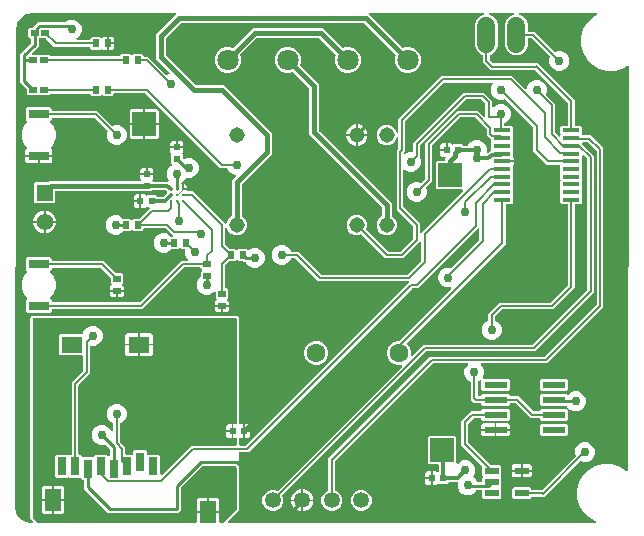
<source format=gbr>
G04 EAGLE Gerber RS-274X export*
G75*
%MOMM*%
%FSLAX34Y34*%
%LPD*%
%INTop Copper*%
%IPPOS*%
%AMOC8*
5,1,8,0,0,1.08239X$1,22.5*%
G01*
G04 Define Apertures*
%ADD10R,0.700000X0.500000*%
%ADD11R,1.186400X0.597100*%
%ADD12R,1.969400X0.592200*%
%ADD13R,1.400000X1.900000*%
%ADD14R,1.800000X1.400000*%
%ADD15R,0.800000X1.500000*%
%ADD16C,1.800000*%
%ADD17C,1.600000*%
%ADD18R,0.535100X0.644000*%
%ADD19R,1.800000X0.800000*%
%ADD20C,1.348000*%
%ADD21C,1.308000*%
%ADD22R,1.473200X0.355600*%
%ADD23R,0.560000X0.629100*%
%ADD24C,0.279400*%
%ADD25R,0.629100X0.560000*%
%ADD26R,0.644000X0.535100*%
%ADD27C,1.524000*%
%ADD28R,1.408000X1.408000*%
%ADD29C,1.408000*%
%ADD30R,2.000000X2.000000*%
%ADD31C,0.152400*%
%ADD32C,0.756400*%
%ADD33C,0.304800*%
%ADD34C,0.254000*%
%ADD35C,0.406400*%
%ADD36C,0.101600*%
%ADD37C,0.203200*%
G36*
X50957Y141536D02*
X50660Y141476D01*
X47952Y141478D01*
X47752Y141504D01*
X43290Y142719D01*
X43024Y142851D01*
X39283Y145746D01*
X39088Y145970D01*
X36739Y150076D01*
X36645Y150357D01*
X36073Y154834D01*
X36067Y154931D01*
X36068Y155547D01*
X36070Y155599D01*
X36192Y157366D01*
X36109Y157616D01*
X36069Y157858D01*
X36321Y556473D01*
X36322Y556480D01*
X36322Y558800D01*
X36337Y558949D01*
X37381Y564198D01*
X37494Y564472D01*
X40468Y568922D01*
X40678Y569132D01*
X45128Y572106D01*
X45402Y572219D01*
X50651Y573263D01*
X50800Y573278D01*
X171662Y573278D01*
X171926Y573231D01*
X172184Y573072D01*
X172359Y572824D01*
X172424Y572528D01*
X172369Y572230D01*
X172201Y571977D01*
X155279Y555055D01*
X155279Y534382D01*
X166926Y522735D01*
X167079Y522515D01*
X167149Y522220D01*
X167098Y521921D01*
X166934Y521666D01*
X166684Y521494D01*
X166387Y521434D01*
X165978Y521434D01*
X164511Y520826D01*
X164231Y520768D01*
X163933Y520824D01*
X163680Y520991D01*
X148477Y536194D01*
X145165Y536194D01*
X144890Y536245D01*
X144634Y536409D01*
X144463Y536659D01*
X144403Y536956D01*
X144403Y537462D01*
X143212Y538652D01*
X136178Y538652D01*
X135159Y537633D01*
X134928Y537475D01*
X134632Y537410D01*
X134334Y537466D01*
X134081Y537633D01*
X133062Y538652D01*
X126028Y538652D01*
X124838Y537462D01*
X124838Y537210D01*
X124786Y536935D01*
X124623Y536680D01*
X124373Y536508D01*
X124076Y536448D01*
X66521Y536448D01*
X66235Y536504D01*
X65983Y536671D01*
X64722Y537932D01*
X50592Y537932D01*
X50328Y537979D01*
X50070Y538138D01*
X49895Y538386D01*
X49830Y538682D01*
X49885Y538980D01*
X50053Y539233D01*
X55837Y545017D01*
X55837Y551028D01*
X55888Y551303D01*
X56052Y551558D01*
X56302Y551730D01*
X56599Y551790D01*
X61441Y551790D01*
X61727Y551734D01*
X61980Y551567D01*
X69052Y544494D01*
X98676Y544494D01*
X98950Y544443D01*
X99206Y544279D01*
X99377Y544029D01*
X99438Y543732D01*
X99438Y543480D01*
X100628Y542290D01*
X107662Y542290D01*
X108322Y542950D01*
X108552Y543108D01*
X108849Y543173D01*
X109147Y543117D01*
X109400Y542950D01*
X110567Y541782D01*
X113533Y541782D01*
X113533Y553302D01*
X110567Y553302D01*
X109400Y552134D01*
X109169Y551976D01*
X108873Y551911D01*
X108575Y551967D01*
X108322Y552134D01*
X107662Y552794D01*
X100628Y552794D01*
X99438Y551604D01*
X99438Y551352D01*
X99386Y551077D01*
X99223Y550822D01*
X98973Y550650D01*
X98676Y550590D01*
X88366Y550590D01*
X88109Y550635D01*
X87849Y550792D01*
X87672Y551038D01*
X87604Y551334D01*
X87658Y551632D01*
X87823Y551887D01*
X88075Y552056D01*
X88552Y552254D01*
X90902Y554604D01*
X92174Y557674D01*
X92174Y560998D01*
X90902Y564068D01*
X88552Y566418D01*
X85482Y567690D01*
X82158Y567690D01*
X79088Y566418D01*
X78319Y565649D01*
X78077Y565486D01*
X77780Y565426D01*
X55300Y565426D01*
X51418Y561544D01*
X51380Y561341D01*
X51216Y561086D01*
X50966Y560914D01*
X50669Y560854D01*
X48193Y560854D01*
X47003Y559664D01*
X47003Y552980D01*
X48193Y551790D01*
X48471Y551790D01*
X48746Y551739D01*
X49001Y551575D01*
X49173Y551325D01*
X49233Y551028D01*
X49233Y548068D01*
X49177Y547782D01*
X49010Y547529D01*
X40116Y538636D01*
X40116Y514594D01*
X45625Y509085D01*
X45788Y508844D01*
X45848Y508547D01*
X45848Y504658D01*
X47038Y503468D01*
X64722Y503468D01*
X65983Y504729D01*
X66224Y504892D01*
X66521Y504952D01*
X98676Y504952D01*
X98950Y504901D01*
X99206Y504737D01*
X99377Y504487D01*
X99438Y504190D01*
X99438Y503938D01*
X100628Y502748D01*
X107662Y502748D01*
X108681Y503767D01*
X108912Y503925D01*
X109208Y503990D01*
X109506Y503935D01*
X109759Y503767D01*
X110778Y502748D01*
X117812Y502748D01*
X119003Y503938D01*
X119003Y504444D01*
X119054Y504719D01*
X119217Y504974D01*
X119467Y505146D01*
X119765Y505206D01*
X145847Y505206D01*
X146133Y505150D01*
X146386Y504983D01*
X209663Y441706D01*
X215126Y441706D01*
X215406Y441653D01*
X215660Y441487D01*
X215830Y441236D01*
X216438Y439768D01*
X218788Y437418D01*
X221858Y436146D01*
X222267Y436146D01*
X222530Y436099D01*
X222788Y435940D01*
X222964Y435692D01*
X223029Y435396D01*
X222973Y435098D01*
X222806Y434845D01*
X219456Y431495D01*
X219456Y401804D01*
X219403Y401524D01*
X219237Y401270D01*
X218986Y401100D01*
X218664Y400967D01*
X216253Y398556D01*
X214938Y395382D01*
X214790Y395152D01*
X214543Y394977D01*
X214247Y394912D01*
X213949Y394967D01*
X213696Y395135D01*
X186683Y422148D01*
X182420Y422148D01*
X182145Y422199D01*
X181890Y422363D01*
X181718Y422613D01*
X181658Y422910D01*
X181658Y423339D01*
X176959Y423339D01*
X176959Y428051D01*
X176777Y428083D01*
X176518Y428240D01*
X176340Y428486D01*
X176273Y428782D01*
X176326Y429080D01*
X176491Y429335D01*
X176743Y429504D01*
X177452Y429798D01*
X179802Y432148D01*
X180234Y433189D01*
X180386Y433423D01*
X180635Y433597D01*
X180931Y433660D01*
X181206Y433606D01*
X184542Y433606D01*
X187612Y434878D01*
X189962Y437228D01*
X191234Y440298D01*
X191234Y443622D01*
X189962Y446692D01*
X187612Y449042D01*
X184542Y450314D01*
X181218Y450314D01*
X178951Y449375D01*
X178684Y449317D01*
X178385Y449368D01*
X178129Y449532D01*
X177958Y449782D01*
X177898Y450079D01*
X177898Y453456D01*
X177591Y453762D01*
X177433Y453992D01*
X177368Y454289D01*
X177424Y454587D01*
X177591Y454840D01*
X178406Y455654D01*
X178406Y458744D01*
X167035Y458744D01*
X167035Y455654D01*
X167849Y454840D01*
X168007Y454609D01*
X168072Y454313D01*
X168016Y454015D01*
X167849Y453762D01*
X167543Y453456D01*
X167543Y446172D01*
X168429Y445285D01*
X168585Y445061D01*
X168652Y444765D01*
X168599Y444466D01*
X168434Y444212D01*
X168182Y444043D01*
X167988Y443962D01*
X165638Y441612D01*
X164366Y438542D01*
X164366Y435218D01*
X165638Y432148D01*
X165975Y431811D01*
X166128Y431591D01*
X166198Y431296D01*
X166147Y430997D01*
X165983Y430742D01*
X165733Y430570D01*
X165436Y430510D01*
X152899Y430510D01*
X152613Y430566D01*
X152360Y430733D01*
X152191Y430902D01*
X152033Y431132D01*
X151968Y431429D01*
X152024Y431727D01*
X152191Y431980D01*
X153006Y432794D01*
X153006Y435884D01*
X141635Y435884D01*
X141635Y432794D01*
X142110Y432319D01*
X142263Y432099D01*
X142332Y431804D01*
X142282Y431505D01*
X142118Y431250D01*
X141868Y431078D01*
X141571Y431018D01*
X64591Y431018D01*
X64100Y430527D01*
X63858Y430364D01*
X63561Y430304D01*
X53078Y430304D01*
X51888Y429114D01*
X51888Y413350D01*
X53078Y412160D01*
X68842Y412160D01*
X70032Y413350D01*
X70032Y422128D01*
X70083Y422403D01*
X70247Y422658D01*
X70497Y422830D01*
X70794Y422890D01*
X142249Y422890D01*
X142535Y422834D01*
X142788Y422667D01*
X143333Y422122D01*
X151307Y422122D01*
X152360Y423175D01*
X152602Y423338D01*
X152899Y423398D01*
X163077Y423398D01*
X163363Y423342D01*
X163616Y423175D01*
X164652Y422139D01*
X164810Y421909D01*
X164875Y421613D01*
X164819Y421315D01*
X164652Y421062D01*
X161389Y417799D01*
X161148Y417636D01*
X160850Y417576D01*
X157114Y417576D01*
X156828Y417632D01*
X156575Y417799D01*
X155177Y419198D01*
X147893Y419198D01*
X147587Y418891D01*
X147357Y418733D01*
X147060Y418668D01*
X146762Y418724D01*
X146509Y418891D01*
X145695Y419706D01*
X142605Y419706D01*
X142605Y408335D01*
X145695Y408335D01*
X146509Y409149D01*
X146740Y409307D01*
X147036Y409372D01*
X147334Y409316D01*
X147587Y409149D01*
X147893Y408843D01*
X149047Y408843D01*
X149310Y408796D01*
X149568Y408636D01*
X149743Y408389D01*
X149808Y408093D01*
X149753Y407795D01*
X149585Y407542D01*
X141219Y399175D01*
X140977Y399012D01*
X140680Y398952D01*
X136178Y398952D01*
X135159Y397933D01*
X134928Y397775D01*
X134632Y397710D01*
X134334Y397766D01*
X134081Y397933D01*
X133062Y398952D01*
X127897Y398952D01*
X127611Y399008D01*
X127358Y399175D01*
X125751Y400782D01*
X122681Y402054D01*
X119357Y402054D01*
X116287Y400782D01*
X113937Y398432D01*
X112665Y395362D01*
X112665Y392038D01*
X113937Y388968D01*
X116287Y386618D01*
X119357Y385346D01*
X122681Y385346D01*
X125751Y386618D01*
X127358Y388225D01*
X127600Y388388D01*
X127897Y388448D01*
X133062Y388448D01*
X134081Y389467D01*
X134312Y389625D01*
X134608Y389690D01*
X134906Y389635D01*
X135159Y389467D01*
X136178Y388448D01*
X143212Y388448D01*
X144403Y389638D01*
X144403Y390144D01*
X144454Y390419D01*
X144617Y390674D01*
X144867Y390846D01*
X145165Y390906D01*
X163181Y390906D01*
X163467Y390850D01*
X163720Y390683D01*
X169390Y385013D01*
X169543Y384793D01*
X169613Y384498D01*
X169562Y384199D01*
X169398Y383944D01*
X169148Y383772D01*
X168851Y383712D01*
X168537Y383712D01*
X168251Y383768D01*
X167998Y383935D01*
X166391Y385542D01*
X163321Y386814D01*
X159997Y386814D01*
X156927Y385542D01*
X154577Y383192D01*
X153305Y380122D01*
X153305Y376798D01*
X154577Y373728D01*
X156927Y371378D01*
X159997Y370106D01*
X163321Y370106D01*
X166391Y371378D01*
X167998Y372985D01*
X168240Y373148D01*
X168537Y373208D01*
X173702Y373208D01*
X174721Y374227D01*
X174952Y374385D01*
X175248Y374450D01*
X175546Y374395D01*
X175799Y374227D01*
X176818Y373208D01*
X178844Y373208D01*
X179119Y373157D01*
X179374Y372993D01*
X179546Y372743D01*
X179606Y372446D01*
X179606Y369178D01*
X180878Y366108D01*
X182216Y364770D01*
X182369Y364550D01*
X182439Y364255D01*
X182388Y363956D01*
X182224Y363701D01*
X181974Y363529D01*
X181677Y363469D01*
X176638Y363469D01*
X141586Y328417D01*
X141344Y328254D01*
X141047Y328194D01*
X67674Y328194D01*
X67399Y328245D01*
X67144Y328409D01*
X66972Y328659D01*
X66912Y328956D01*
X66912Y330242D01*
X65795Y331359D01*
X65637Y331589D01*
X65572Y331885D01*
X65628Y332183D01*
X65795Y332436D01*
X68096Y334737D01*
X70290Y340034D01*
X70290Y345766D01*
X68096Y351063D01*
X65795Y353364D01*
X65637Y353594D01*
X65572Y353890D01*
X65628Y354189D01*
X65795Y354441D01*
X66912Y355558D01*
X66912Y356844D01*
X66963Y357119D01*
X67127Y357374D01*
X67377Y357546D01*
X67674Y357606D01*
X108022Y357606D01*
X108308Y357550D01*
X108561Y357383D01*
X116445Y349499D01*
X116608Y349257D01*
X116668Y348960D01*
X116668Y344458D01*
X117328Y343798D01*
X117486Y343568D01*
X117551Y343271D01*
X117495Y342973D01*
X117328Y342720D01*
X116160Y341553D01*
X116160Y338587D01*
X127680Y338587D01*
X127680Y341553D01*
X126512Y342720D01*
X126354Y342951D01*
X126289Y343247D01*
X126345Y343545D01*
X126512Y343798D01*
X127172Y344458D01*
X127172Y351492D01*
X125982Y352683D01*
X121479Y352683D01*
X121193Y352738D01*
X120941Y352906D01*
X110652Y363194D01*
X67674Y363194D01*
X67399Y363245D01*
X67144Y363409D01*
X66972Y363659D01*
X66912Y363956D01*
X66912Y365242D01*
X65722Y366432D01*
X46038Y366432D01*
X44848Y365242D01*
X44848Y355558D01*
X45965Y354441D01*
X46123Y354211D01*
X46188Y353915D01*
X46132Y353617D01*
X45965Y353364D01*
X43664Y351063D01*
X41470Y345766D01*
X41470Y340034D01*
X43664Y334737D01*
X45965Y332436D01*
X46123Y332206D01*
X46188Y331910D01*
X46132Y331611D01*
X45965Y331359D01*
X44848Y330242D01*
X44848Y320558D01*
X46038Y319368D01*
X65722Y319368D01*
X66912Y320558D01*
X66912Y321844D01*
X66963Y322119D01*
X67127Y322374D01*
X67377Y322546D01*
X67674Y322606D01*
X143677Y322606D01*
X178729Y357658D01*
X178971Y357821D01*
X179268Y357881D01*
X192106Y357881D01*
X192381Y357830D01*
X192636Y357666D01*
X192808Y357416D01*
X192858Y357168D01*
X193887Y356139D01*
X194045Y355908D01*
X194110Y355612D01*
X194055Y355314D01*
X193887Y355061D01*
X192868Y354042D01*
X192868Y349778D01*
X192812Y349492D01*
X192645Y349239D01*
X191038Y347632D01*
X189766Y344562D01*
X189766Y341238D01*
X191038Y338168D01*
X193388Y335818D01*
X196458Y334546D01*
X199782Y334546D01*
X202852Y335818D01*
X204267Y337233D01*
X204487Y337386D01*
X204782Y337456D01*
X205081Y337405D01*
X205336Y337241D01*
X205508Y336991D01*
X205568Y336694D01*
X205568Y331758D01*
X206228Y331098D01*
X206386Y330868D01*
X206451Y330571D01*
X206395Y330273D01*
X206228Y330020D01*
X205060Y328853D01*
X205060Y325887D01*
X216580Y325887D01*
X216580Y328853D01*
X215412Y330020D01*
X215254Y330251D01*
X215189Y330547D01*
X215245Y330845D01*
X215412Y331098D01*
X216072Y331758D01*
X216072Y338792D01*
X214882Y339983D01*
X214376Y339983D01*
X214101Y340034D01*
X213846Y340197D01*
X213674Y340447D01*
X213614Y340745D01*
X213614Y359202D01*
X213670Y359488D01*
X213837Y359741D01*
X216921Y362825D01*
X217163Y362988D01*
X217460Y363048D01*
X221962Y363048D01*
X222981Y364067D01*
X223212Y364225D01*
X223508Y364290D01*
X223806Y364235D01*
X224059Y364067D01*
X225078Y363048D01*
X228862Y363048D01*
X229148Y362992D01*
X229400Y362825D01*
X229767Y362458D01*
X230576Y362458D01*
X230857Y362405D01*
X231111Y362239D01*
X231280Y361988D01*
X231678Y361028D01*
X234028Y358678D01*
X237098Y357406D01*
X240422Y357406D01*
X243492Y358678D01*
X245842Y361028D01*
X247114Y364098D01*
X247114Y367422D01*
X245842Y370492D01*
X243492Y372842D01*
X240422Y374114D01*
X237098Y374114D01*
X234028Y372842D01*
X233964Y372778D01*
X233733Y372620D01*
X233437Y372555D01*
X233139Y372611D01*
X232886Y372778D01*
X232112Y373552D01*
X225078Y373552D01*
X224059Y372533D01*
X223828Y372375D01*
X223532Y372310D01*
X223234Y372366D01*
X222981Y372533D01*
X221962Y373552D01*
X217819Y373552D01*
X217533Y373608D01*
X217280Y373775D01*
X214091Y376964D01*
X213928Y377206D01*
X213868Y377503D01*
X213868Y390771D01*
X213913Y391029D01*
X214070Y391288D01*
X214316Y391466D01*
X214612Y391533D01*
X214910Y391480D01*
X215165Y391315D01*
X215334Y391063D01*
X216253Y388844D01*
X218664Y386433D01*
X221815Y385128D01*
X225225Y385128D01*
X228376Y386433D01*
X230787Y388844D01*
X232092Y391995D01*
X232092Y395405D01*
X230787Y398556D01*
X228376Y400967D01*
X228054Y401100D01*
X227816Y401257D01*
X227644Y401507D01*
X227584Y401804D01*
X227584Y427813D01*
X227640Y428099D01*
X227807Y428352D01*
X252984Y453529D01*
X252984Y471583D01*
X212503Y512064D01*
X189407Y512064D01*
X189121Y512120D01*
X188868Y512287D01*
X163630Y537526D01*
X163467Y537767D01*
X163407Y538064D01*
X163407Y551372D01*
X163462Y551658D01*
X163630Y551911D01*
X176138Y564419D01*
X176379Y564582D01*
X176676Y564642D01*
X330995Y564642D01*
X331281Y564586D01*
X331534Y564419D01*
X357813Y538140D01*
X357974Y537904D01*
X358036Y537607D01*
X357978Y537309D01*
X357268Y535594D01*
X357268Y531206D01*
X358948Y527151D01*
X362051Y524048D01*
X366106Y522368D01*
X370494Y522368D01*
X374549Y524048D01*
X377652Y527151D01*
X379332Y531206D01*
X379332Y535594D01*
X377652Y539649D01*
X374549Y542752D01*
X370494Y544432D01*
X366106Y544432D01*
X364391Y543722D01*
X364111Y543664D01*
X363813Y543719D01*
X363560Y543887D01*
X335470Y571977D01*
X335317Y572197D01*
X335247Y572492D01*
X335298Y572791D01*
X335462Y573046D01*
X335712Y573218D01*
X336009Y573278D01*
X432163Y573278D01*
X432421Y573233D01*
X432680Y573076D01*
X432858Y572830D01*
X432925Y572534D01*
X432872Y572236D01*
X432706Y571982D01*
X432455Y571812D01*
X429381Y570539D01*
X426665Y567823D01*
X425196Y564276D01*
X425196Y545196D01*
X426665Y541649D01*
X429381Y538933D01*
X431584Y538021D01*
X431822Y537864D01*
X431994Y537614D01*
X432054Y537317D01*
X432054Y531481D01*
X438517Y525018D01*
X475762Y525018D01*
X476048Y524962D01*
X476301Y524795D01*
X503713Y497383D01*
X503876Y497141D01*
X503936Y496844D01*
X503936Y478322D01*
X503885Y478047D01*
X503721Y477792D01*
X503471Y477620D01*
X503174Y477560D01*
X498522Y477560D01*
X497332Y476370D01*
X497332Y471130D01*
X497424Y471039D01*
X497582Y470808D01*
X497647Y470512D01*
X497591Y470214D01*
X497424Y469961D01*
X497332Y469870D01*
X497332Y469344D01*
X497285Y469080D01*
X497126Y468822D01*
X496878Y468647D01*
X496582Y468582D01*
X496284Y468637D01*
X496031Y468805D01*
X493237Y471599D01*
X493074Y471840D01*
X493014Y472138D01*
X493014Y496457D01*
X485431Y504040D01*
X485271Y504276D01*
X485208Y504573D01*
X485266Y504871D01*
X485874Y506338D01*
X485874Y509662D01*
X484602Y512732D01*
X482252Y515082D01*
X479182Y516354D01*
X475858Y516354D01*
X472788Y515082D01*
X470438Y512732D01*
X469166Y509662D01*
X469166Y509253D01*
X469119Y508990D01*
X468960Y508732D01*
X468712Y508556D01*
X468416Y508491D01*
X468118Y508547D01*
X467865Y508714D01*
X456669Y519910D01*
X396579Y519910D01*
X360426Y483757D01*
X360426Y472215D01*
X360381Y471958D01*
X360224Y471698D01*
X359978Y471521D01*
X359682Y471454D01*
X359384Y471507D01*
X359130Y471672D01*
X358960Y471924D01*
X357787Y474756D01*
X355376Y477167D01*
X352225Y478472D01*
X348815Y478472D01*
X345664Y477167D01*
X343253Y474756D01*
X341948Y471605D01*
X341948Y468195D01*
X343253Y465044D01*
X345664Y462633D01*
X348815Y461328D01*
X352225Y461328D01*
X355376Y462633D01*
X357787Y465044D01*
X358960Y467876D01*
X359100Y468097D01*
X359345Y468276D01*
X359640Y468346D01*
X359939Y468295D01*
X360194Y468132D01*
X360366Y467882D01*
X360426Y467585D01*
X360426Y458673D01*
X360370Y458387D01*
X360203Y458134D01*
X358930Y456861D01*
X358930Y406739D01*
X372903Y392766D01*
X373066Y392524D01*
X373126Y392227D01*
X373126Y382473D01*
X373070Y382187D01*
X372903Y381934D01*
X362286Y371317D01*
X362044Y371154D01*
X361747Y371094D01*
X351993Y371094D01*
X351707Y371150D01*
X351454Y371317D01*
X333198Y389573D01*
X333038Y389809D01*
X332975Y390106D01*
X333033Y390404D01*
X333692Y391995D01*
X333692Y395405D01*
X332387Y398556D01*
X329976Y400967D01*
X326825Y402272D01*
X323415Y402272D01*
X320264Y400967D01*
X317853Y398556D01*
X316548Y395405D01*
X316548Y391995D01*
X317853Y388844D01*
X320264Y386433D01*
X323415Y385128D01*
X326825Y385128D01*
X328416Y385787D01*
X328696Y385845D01*
X328994Y385789D01*
X329247Y385622D01*
X349363Y365506D01*
X364377Y365506D01*
X378429Y379558D01*
X378649Y379711D01*
X378944Y379781D01*
X379243Y379730D01*
X379498Y379566D01*
X379670Y379316D01*
X379730Y379019D01*
X379730Y363677D01*
X379674Y363391D01*
X379507Y363138D01*
X368382Y352013D01*
X368140Y351850D01*
X367843Y351790D01*
X295097Y351790D01*
X294811Y351846D01*
X294558Y352013D01*
X275477Y371094D01*
X270014Y371094D01*
X269734Y371147D01*
X269480Y371313D01*
X269310Y371564D01*
X268702Y373032D01*
X266352Y375382D01*
X263282Y376654D01*
X259958Y376654D01*
X256888Y375382D01*
X254538Y373032D01*
X253266Y369962D01*
X253266Y366638D01*
X254538Y363568D01*
X256888Y361218D01*
X259958Y359946D01*
X263282Y359946D01*
X266352Y361218D01*
X268702Y363568D01*
X269310Y365036D01*
X269467Y365274D01*
X269717Y365446D01*
X270014Y365506D01*
X272847Y365506D01*
X273133Y365450D01*
X273386Y365283D01*
X292467Y346202D01*
X368543Y346202D01*
X368806Y346155D01*
X369064Y345996D01*
X369240Y345748D01*
X369305Y345452D01*
X369249Y345154D01*
X369082Y344901D01*
X231442Y207261D01*
X231200Y207098D01*
X230903Y207038D01*
X226314Y207038D01*
X226039Y207089D01*
X225784Y207253D01*
X225612Y207503D01*
X225552Y207800D01*
X225552Y213009D01*
X225603Y213283D01*
X225767Y213539D01*
X226017Y213710D01*
X226314Y213771D01*
X228874Y213771D01*
X228874Y225142D01*
X226314Y225142D01*
X226039Y225193D01*
X225784Y225356D01*
X225612Y225606D01*
X225552Y225904D01*
X225552Y314928D01*
X225520Y315302D01*
X225434Y315634D01*
X225293Y315947D01*
X225102Y316231D01*
X224865Y316480D01*
X224590Y316684D01*
X224284Y316840D01*
X223965Y316939D01*
X223479Y316992D01*
X50832Y316992D01*
X50458Y316960D01*
X50126Y316874D01*
X49813Y316733D01*
X49529Y316542D01*
X49280Y316305D01*
X49076Y316030D01*
X48920Y315724D01*
X48821Y315405D01*
X48768Y314919D01*
X48768Y146082D01*
X48800Y145708D01*
X48886Y145376D01*
X49027Y145063D01*
X49225Y144769D01*
X49378Y144598D01*
X51199Y142777D01*
X51352Y142557D01*
X51422Y142262D01*
X51371Y141963D01*
X51208Y141708D01*
X50957Y141536D01*
G37*
%LPC*%
G36*
X213706Y522368D02*
X218094Y522368D01*
X222149Y524048D01*
X225252Y527151D01*
X226932Y531206D01*
X226932Y535594D01*
X226222Y537309D01*
X226164Y537589D01*
X226219Y537887D01*
X226387Y538140D01*
X240220Y551973D01*
X240462Y552136D01*
X240759Y552196D01*
X292641Y552196D01*
X292927Y552140D01*
X293180Y551973D01*
X307013Y538140D01*
X307174Y537904D01*
X307236Y537607D01*
X307178Y537309D01*
X306468Y535594D01*
X306468Y531206D01*
X308148Y527151D01*
X311251Y524048D01*
X315306Y522368D01*
X319694Y522368D01*
X323749Y524048D01*
X326852Y527151D01*
X328532Y531206D01*
X328532Y535594D01*
X326852Y539649D01*
X323749Y542752D01*
X319694Y544432D01*
X315306Y544432D01*
X313591Y543722D01*
X313311Y543664D01*
X313013Y543719D01*
X312760Y543887D01*
X296323Y560324D01*
X237077Y560324D01*
X220640Y543887D01*
X220404Y543726D01*
X220107Y543664D01*
X219809Y543722D01*
X218094Y544432D01*
X213706Y544432D01*
X209651Y542752D01*
X206548Y539649D01*
X204868Y535594D01*
X204868Y531206D01*
X206548Y527151D01*
X209651Y524048D01*
X213706Y522368D01*
G37*
G36*
X115057Y548304D02*
X119511Y548304D01*
X119511Y551814D01*
X118023Y553302D01*
X115057Y553302D01*
X115057Y548304D01*
G37*
G36*
X115057Y541782D02*
X118023Y541782D01*
X119511Y543270D01*
X119511Y546780D01*
X115057Y546780D01*
X115057Y541782D01*
G37*
G36*
X348815Y385128D02*
X352225Y385128D01*
X355376Y386433D01*
X357787Y388844D01*
X359092Y391995D01*
X359092Y395405D01*
X357787Y398556D01*
X355376Y400967D01*
X355054Y401100D01*
X354816Y401257D01*
X354644Y401507D01*
X354584Y401804D01*
X354584Y412401D01*
X293339Y473646D01*
X293176Y473888D01*
X293116Y474185D01*
X293116Y512731D01*
X277187Y528660D01*
X277026Y528897D01*
X276964Y529193D01*
X277022Y529491D01*
X277732Y531206D01*
X277732Y535594D01*
X276052Y539649D01*
X272949Y542752D01*
X268894Y544432D01*
X264506Y544432D01*
X260451Y542752D01*
X257348Y539649D01*
X255668Y535594D01*
X255668Y531206D01*
X257348Y527151D01*
X260451Y524048D01*
X264506Y522368D01*
X268894Y522368D01*
X270609Y523078D01*
X270889Y523136D01*
X271187Y523081D01*
X271440Y522913D01*
X284765Y509588D01*
X284928Y509346D01*
X284988Y509049D01*
X284988Y470503D01*
X346233Y409258D01*
X346396Y409016D01*
X346456Y408719D01*
X346456Y401804D01*
X346403Y401524D01*
X346237Y401270D01*
X345986Y401100D01*
X345664Y400967D01*
X343253Y398556D01*
X341948Y395405D01*
X341948Y391995D01*
X343253Y388844D01*
X345664Y386433D01*
X348815Y385128D01*
G37*
G36*
X44340Y453162D02*
X67420Y453162D01*
X67420Y457452D01*
X66154Y458718D01*
X65996Y458948D01*
X65931Y459245D01*
X65987Y459543D01*
X66154Y459795D01*
X68096Y461737D01*
X70290Y467034D01*
X70290Y472766D01*
X68096Y478063D01*
X65795Y480364D01*
X65637Y480594D01*
X65572Y480890D01*
X65628Y481189D01*
X65795Y481441D01*
X66912Y482558D01*
X66912Y483844D01*
X66963Y484119D01*
X67127Y484374D01*
X67377Y484546D01*
X67674Y484606D01*
X102947Y484606D01*
X103233Y484550D01*
X103486Y484383D01*
X114009Y473860D01*
X114169Y473624D01*
X114232Y473327D01*
X114174Y473030D01*
X113566Y471562D01*
X113566Y468238D01*
X114838Y465168D01*
X117188Y462818D01*
X120258Y461546D01*
X123582Y461546D01*
X126652Y462818D01*
X129002Y465168D01*
X130274Y468238D01*
X130274Y471562D01*
X129002Y474632D01*
X126652Y476982D01*
X123582Y478254D01*
X120258Y478254D01*
X118791Y477646D01*
X118511Y477588D01*
X118213Y477644D01*
X117960Y477811D01*
X105577Y490194D01*
X67674Y490194D01*
X67399Y490245D01*
X67144Y490409D01*
X66972Y490659D01*
X66912Y490956D01*
X66912Y492242D01*
X65722Y493432D01*
X46038Y493432D01*
X44848Y492242D01*
X44848Y482558D01*
X45965Y481441D01*
X46123Y481211D01*
X46188Y480915D01*
X46132Y480617D01*
X45965Y480364D01*
X43664Y478063D01*
X41470Y472766D01*
X41470Y467034D01*
X43664Y461737D01*
X45606Y459795D01*
X45764Y459565D01*
X45829Y459269D01*
X45773Y458971D01*
X45606Y458718D01*
X44340Y457452D01*
X44340Y453162D01*
G37*
G36*
X132748Y479806D02*
X144526Y479806D01*
X144526Y491584D01*
X134236Y491584D01*
X132748Y490096D01*
X132748Y479806D01*
G37*
G36*
X146050Y479806D02*
X157828Y479806D01*
X157828Y490096D01*
X156340Y491584D01*
X146050Y491584D01*
X146050Y479806D01*
G37*
G36*
X316040Y470662D02*
X324358Y470662D01*
X324358Y478980D01*
X323314Y478980D01*
X319977Y477598D01*
X317422Y475043D01*
X316040Y471706D01*
X316040Y470662D01*
G37*
G36*
X325882Y470662D02*
X334200Y470662D01*
X334200Y471706D01*
X332818Y475043D01*
X330263Y477598D01*
X326926Y478980D01*
X325882Y478980D01*
X325882Y470662D01*
G37*
G36*
X134236Y466504D02*
X144526Y466504D01*
X144526Y478282D01*
X132748Y478282D01*
X132748Y467992D01*
X134236Y466504D01*
G37*
G36*
X146050Y466504D02*
X156340Y466504D01*
X157828Y467992D01*
X157828Y478282D01*
X146050Y478282D01*
X146050Y466504D01*
G37*
G36*
X323314Y460820D02*
X324358Y460820D01*
X324358Y469138D01*
X316040Y469138D01*
X316040Y468094D01*
X317422Y464757D01*
X319977Y462202D01*
X323314Y460820D01*
G37*
G36*
X325882Y460820D02*
X326926Y460820D01*
X330263Y462202D01*
X332818Y464757D01*
X334200Y468094D01*
X334200Y469138D01*
X325882Y469138D01*
X325882Y460820D01*
G37*
G36*
X167035Y460268D02*
X171958Y460268D01*
X171958Y464846D01*
X168522Y464846D01*
X167035Y463358D01*
X167035Y460268D01*
G37*
G36*
X173482Y460268D02*
X178406Y460268D01*
X178406Y463358D01*
X176918Y464846D01*
X173482Y464846D01*
X173482Y460268D01*
G37*
G36*
X56642Y445860D02*
X65932Y445860D01*
X67420Y447348D01*
X67420Y451638D01*
X56642Y451638D01*
X56642Y445860D01*
G37*
G36*
X45828Y445860D02*
X55118Y445860D01*
X55118Y451638D01*
X44340Y451638D01*
X44340Y447348D01*
X45828Y445860D01*
G37*
G36*
X141635Y437408D02*
X146558Y437408D01*
X146558Y441986D01*
X143122Y441986D01*
X141635Y440498D01*
X141635Y437408D01*
G37*
G36*
X148082Y437408D02*
X153006Y437408D01*
X153006Y440498D01*
X151518Y441986D01*
X148082Y441986D01*
X148082Y437408D01*
G37*
G36*
X178483Y424863D02*
X181658Y424863D01*
X181658Y425732D01*
X179352Y428038D01*
X178483Y428038D01*
X178483Y424863D01*
G37*
G36*
X136503Y414782D02*
X141081Y414782D01*
X141081Y419706D01*
X137991Y419706D01*
X136503Y418218D01*
X136503Y414782D01*
G37*
G36*
X137991Y408335D02*
X141081Y408335D01*
X141081Y413258D01*
X136503Y413258D01*
X136503Y409822D01*
X137991Y408335D01*
G37*
G36*
X51380Y396994D02*
X60198Y396994D01*
X60198Y405812D01*
X59054Y405812D01*
X55533Y404354D01*
X52838Y401659D01*
X51380Y398138D01*
X51380Y396994D01*
G37*
G36*
X61722Y396994D02*
X70540Y396994D01*
X70540Y398138D01*
X69082Y401659D01*
X66387Y404354D01*
X62866Y405812D01*
X61722Y405812D01*
X61722Y396994D01*
G37*
G36*
X61722Y386652D02*
X62866Y386652D01*
X66387Y388110D01*
X69082Y390805D01*
X70540Y394326D01*
X70540Y395470D01*
X61722Y395470D01*
X61722Y386652D01*
G37*
G36*
X59054Y386652D02*
X60198Y386652D01*
X60198Y395470D01*
X51380Y395470D01*
X51380Y394326D01*
X52838Y390805D01*
X55533Y388110D01*
X59054Y386652D01*
G37*
G36*
X117648Y332610D02*
X121158Y332610D01*
X121158Y337063D01*
X116160Y337063D01*
X116160Y334097D01*
X117648Y332610D01*
G37*
G36*
X122682Y332610D02*
X126192Y332610D01*
X127680Y334097D01*
X127680Y337063D01*
X122682Y337063D01*
X122682Y332610D01*
G37*
G36*
X211582Y319910D02*
X215092Y319910D01*
X216580Y321397D01*
X216580Y324363D01*
X211582Y324363D01*
X211582Y319910D01*
G37*
G36*
X206548Y319910D02*
X210058Y319910D01*
X210058Y324363D01*
X205060Y324363D01*
X205060Y321397D01*
X206548Y319910D01*
G37*
G36*
X288887Y275210D02*
X292878Y275210D01*
X296565Y276737D01*
X299387Y279559D01*
X300914Y283247D01*
X300914Y287238D01*
X299387Y290925D01*
X296565Y293747D01*
X292878Y295274D01*
X288887Y295274D01*
X285199Y293747D01*
X282377Y290925D01*
X280850Y287238D01*
X280850Y283247D01*
X282377Y279559D01*
X285199Y276737D01*
X288887Y275210D01*
G37*
G36*
X230398Y220218D02*
X234976Y220218D01*
X234976Y223654D01*
X233488Y225142D01*
X230398Y225142D01*
X230398Y220218D01*
G37*
G36*
X230398Y213771D02*
X233488Y213771D01*
X234976Y215258D01*
X234976Y218694D01*
X230398Y218694D01*
X230398Y213771D01*
G37*
%LPD*%
G36*
X527526Y141289D02*
X527229Y141229D01*
X216461Y141390D01*
X216198Y141437D01*
X215940Y141597D01*
X215765Y141844D01*
X215700Y142140D01*
X215755Y142438D01*
X215923Y142691D01*
X224934Y151702D01*
X225176Y151989D01*
X225350Y152285D01*
X225472Y152606D01*
X225540Y152954D01*
X225552Y153183D01*
X225552Y200688D01*
X225603Y200963D01*
X225767Y201218D01*
X226017Y201390D01*
X226314Y201450D01*
X233533Y201450D01*
X371966Y339883D01*
X372208Y340046D01*
X372505Y340106D01*
X377077Y340106D01*
X427620Y390649D01*
X427840Y390802D01*
X428135Y390872D01*
X428434Y390821D01*
X428689Y390657D01*
X428861Y390407D01*
X428921Y390110D01*
X428921Y381415D01*
X428865Y381129D01*
X428698Y380876D01*
X405376Y357555D01*
X405140Y357394D01*
X404844Y357332D01*
X404546Y357390D01*
X403976Y357626D01*
X400653Y357626D01*
X397582Y356354D01*
X395232Y354004D01*
X393960Y350933D01*
X393960Y347610D01*
X395232Y344539D01*
X397582Y342189D01*
X400653Y340918D01*
X403976Y340918D01*
X404239Y341026D01*
X404494Y341084D01*
X404794Y341037D01*
X405052Y340878D01*
X405227Y340631D01*
X405292Y340335D01*
X405237Y340036D01*
X405069Y339784D01*
X360783Y295497D01*
X360541Y295334D01*
X360244Y295274D01*
X358887Y295274D01*
X355199Y293747D01*
X352377Y290925D01*
X350850Y287238D01*
X350850Y283247D01*
X352377Y279559D01*
X355199Y276737D01*
X358887Y275210D01*
X362891Y275210D01*
X363154Y275163D01*
X363412Y275004D01*
X363588Y274756D01*
X363653Y274460D01*
X363597Y274162D01*
X363430Y273909D01*
X258280Y168759D01*
X258044Y168599D01*
X257747Y168536D01*
X257449Y168594D01*
X255745Y169300D01*
X252255Y169300D01*
X249031Y167965D01*
X246563Y165497D01*
X245228Y162273D01*
X245228Y158783D01*
X246563Y155559D01*
X249031Y153091D01*
X252255Y151756D01*
X255745Y151756D01*
X258969Y153091D01*
X261437Y155559D01*
X262772Y158783D01*
X262772Y162273D01*
X262066Y163977D01*
X262008Y164257D01*
X262064Y164555D01*
X262231Y164808D01*
X384095Y286672D01*
X384337Y286835D01*
X384634Y286895D01*
X476266Y286895D01*
X525935Y336564D01*
X525935Y452092D01*
X516351Y461675D01*
X516188Y461917D01*
X516128Y462214D01*
X516128Y463290D01*
X516179Y463565D01*
X516343Y463820D01*
X516593Y463992D01*
X516890Y464052D01*
X520601Y464052D01*
X520887Y463996D01*
X521140Y463829D01*
X528198Y456770D01*
X528361Y456529D01*
X528422Y456231D01*
X528422Y326949D01*
X528366Y326663D01*
X528198Y326410D01*
X484206Y282417D01*
X483964Y282254D01*
X483667Y282194D01*
X387271Y282194D01*
X301206Y196129D01*
X301206Y169375D01*
X301153Y169094D01*
X300987Y168840D01*
X300736Y168671D01*
X299031Y167965D01*
X296563Y165497D01*
X295228Y162273D01*
X295228Y158783D01*
X296563Y155559D01*
X299031Y153091D01*
X302255Y151756D01*
X305745Y151756D01*
X308969Y153091D01*
X311437Y155559D01*
X312772Y158783D01*
X312772Y162273D01*
X311437Y165497D01*
X308969Y167965D01*
X307264Y168671D01*
X307026Y168827D01*
X306854Y169077D01*
X306794Y169375D01*
X306794Y193499D01*
X306850Y193785D01*
X307017Y194038D01*
X389362Y276383D01*
X389604Y276546D01*
X389901Y276606D01*
X418654Y276606D01*
X418917Y276559D01*
X419175Y276400D01*
X419351Y276152D01*
X419416Y275856D01*
X419360Y275558D01*
X419193Y275305D01*
X417606Y273718D01*
X416334Y270648D01*
X416334Y267324D01*
X417606Y264254D01*
X419956Y261904D01*
X421170Y261401D01*
X421408Y261244D01*
X421580Y260994D01*
X421640Y260697D01*
X421640Y248253D01*
X421609Y248038D01*
X421527Y247884D01*
X421636Y246778D01*
X421640Y246703D01*
X421640Y245604D01*
X421699Y245525D01*
X421750Y245358D01*
X422610Y244653D01*
X422665Y244603D01*
X423442Y243825D01*
X423540Y243811D01*
X423808Y243669D01*
X423850Y243635D01*
X423906Y243584D01*
X424683Y242807D01*
X424781Y242793D01*
X424935Y242711D01*
X426041Y242820D01*
X426116Y242824D01*
X429983Y242824D01*
X430258Y242773D01*
X430513Y242609D01*
X430685Y242359D01*
X430743Y242071D01*
X431935Y240879D01*
X453313Y240879D01*
X454505Y242071D01*
X454554Y242337D01*
X454718Y242592D01*
X454968Y242764D01*
X455265Y242824D01*
X459432Y242824D01*
X459718Y242768D01*
X459971Y242601D01*
X472447Y230124D01*
X479455Y230124D01*
X479730Y230073D01*
X479985Y229909D01*
X480157Y229659D01*
X480215Y229371D01*
X481407Y228179D01*
X502785Y228179D01*
X503975Y229369D01*
X503975Y236975D01*
X502785Y238165D01*
X481407Y238165D01*
X480215Y236973D01*
X480166Y236707D01*
X480002Y236452D01*
X479752Y236280D01*
X479455Y236220D01*
X475288Y236220D01*
X475002Y236276D01*
X474749Y236443D01*
X462273Y248920D01*
X455265Y248920D01*
X454990Y248971D01*
X454735Y249135D01*
X454563Y249385D01*
X454505Y249673D01*
X453313Y250865D01*
X431935Y250865D01*
X430743Y249673D01*
X430694Y249407D01*
X430530Y249152D01*
X430280Y248980D01*
X429983Y248920D01*
X428498Y248920D01*
X428223Y248971D01*
X427968Y249135D01*
X427796Y249385D01*
X427736Y249682D01*
X427736Y260697D01*
X427789Y260977D01*
X427955Y261232D01*
X428206Y261401D01*
X429420Y261904D01*
X429444Y261928D01*
X429664Y262081D01*
X429959Y262151D01*
X430258Y262100D01*
X430513Y261936D01*
X430685Y261686D01*
X430745Y261389D01*
X430745Y254769D01*
X431935Y253579D01*
X453313Y253579D01*
X454503Y254769D01*
X454503Y262375D01*
X453313Y263565D01*
X432625Y263565D01*
X432356Y263614D01*
X432099Y263775D01*
X431926Y264024D01*
X431863Y264321D01*
X431921Y264619D01*
X433042Y267324D01*
X433042Y270648D01*
X431770Y273718D01*
X430183Y275305D01*
X430030Y275525D01*
X429960Y275820D01*
X430011Y276119D01*
X430175Y276374D01*
X430425Y276546D01*
X430722Y276606D01*
X486297Y276606D01*
X534010Y324318D01*
X534010Y458862D01*
X523231Y469640D01*
X516673Y469640D01*
X516387Y469696D01*
X516135Y469863D01*
X516037Y469961D01*
X515879Y470192D01*
X515813Y470488D01*
X515869Y470786D01*
X516037Y471039D01*
X516128Y471130D01*
X516128Y476370D01*
X514938Y477560D01*
X510286Y477560D01*
X510011Y477611D01*
X509756Y477775D01*
X509584Y478025D01*
X509524Y478322D01*
X509524Y499474D01*
X478114Y530884D01*
X475800Y530884D01*
X475745Y530829D01*
X475503Y530666D01*
X475206Y530606D01*
X441147Y530606D01*
X440861Y530662D01*
X440608Y530829D01*
X437865Y533572D01*
X437702Y533814D01*
X437642Y534111D01*
X437642Y537317D01*
X437695Y537597D01*
X437861Y537851D01*
X438112Y538021D01*
X440315Y538933D01*
X443031Y541649D01*
X444500Y545196D01*
X444500Y564276D01*
X443031Y567823D01*
X440315Y570539D01*
X437241Y571812D01*
X437020Y571952D01*
X436841Y572197D01*
X436771Y572492D01*
X436822Y572791D01*
X436985Y573046D01*
X437235Y573218D01*
X437533Y573278D01*
X457563Y573278D01*
X457821Y573233D01*
X458080Y573076D01*
X458258Y572830D01*
X458325Y572534D01*
X458272Y572236D01*
X458106Y571982D01*
X457855Y571812D01*
X454781Y570539D01*
X452065Y567823D01*
X450596Y564276D01*
X450596Y545196D01*
X452065Y541649D01*
X454781Y538933D01*
X458328Y537464D01*
X462168Y537464D01*
X465715Y538933D01*
X468431Y541649D01*
X469900Y545196D01*
X469900Y551180D01*
X469951Y551455D01*
X470115Y551710D01*
X470365Y551882D01*
X470662Y551942D01*
X472999Y551942D01*
X473285Y551886D01*
X473538Y551719D01*
X488659Y536598D01*
X488819Y536362D01*
X488882Y536065D01*
X488824Y535768D01*
X488216Y534300D01*
X488216Y530976D01*
X489488Y527906D01*
X491838Y525556D01*
X494908Y524284D01*
X498232Y524284D01*
X501302Y525556D01*
X503652Y527906D01*
X504924Y530976D01*
X504924Y534300D01*
X503652Y537370D01*
X501302Y539720D01*
X498232Y540992D01*
X494908Y540992D01*
X493441Y540384D01*
X493161Y540326D01*
X492863Y540382D01*
X492610Y540549D01*
X475629Y557530D01*
X470662Y557530D01*
X470387Y557581D01*
X470132Y557745D01*
X469960Y557995D01*
X469900Y558292D01*
X469900Y564276D01*
X468431Y567823D01*
X465715Y570539D01*
X462641Y571812D01*
X462420Y571952D01*
X462241Y572197D01*
X462171Y572492D01*
X462222Y572791D01*
X462385Y573046D01*
X462635Y573218D01*
X462933Y573278D01*
X528195Y573278D01*
X528357Y573261D01*
X528634Y573139D01*
X528842Y572918D01*
X528948Y572634D01*
X528934Y572331D01*
X528803Y572057D01*
X528576Y571856D01*
X524913Y569741D01*
X520229Y565057D01*
X516916Y559320D01*
X515202Y552921D01*
X515202Y546296D01*
X516916Y539897D01*
X520229Y534160D01*
X524913Y529475D01*
X530650Y526163D01*
X537049Y524448D01*
X543674Y524448D01*
X550073Y526163D01*
X554297Y528601D01*
X554655Y528703D01*
X554954Y528652D01*
X555209Y528488D01*
X555380Y528237D01*
X555440Y527940D01*
X554792Y185795D01*
X554746Y185533D01*
X554586Y185275D01*
X554339Y185099D01*
X554043Y185034D01*
X553744Y185090D01*
X553492Y185257D01*
X552391Y186358D01*
X546653Y189671D01*
X540254Y191385D01*
X533630Y191385D01*
X527231Y189671D01*
X521493Y186358D01*
X516809Y181674D01*
X513497Y175937D01*
X511782Y169538D01*
X511782Y162913D01*
X513497Y156514D01*
X516809Y150777D01*
X521493Y146092D01*
X527231Y142780D01*
X527426Y142727D01*
X527742Y142555D01*
X527921Y142310D01*
X527991Y142015D01*
X527940Y141716D01*
X527776Y141461D01*
X527526Y141289D01*
G37*
%LPC*%
G36*
X481407Y253579D02*
X502785Y253579D01*
X503975Y254769D01*
X503975Y262375D01*
X502785Y263565D01*
X481407Y263565D01*
X480217Y262375D01*
X480217Y254769D01*
X481407Y253579D01*
G37*
G36*
X508878Y236248D02*
X512202Y236248D01*
X515272Y237520D01*
X517622Y239870D01*
X518894Y242940D01*
X518894Y246264D01*
X517622Y249334D01*
X515272Y251684D01*
X512202Y252956D01*
X508878Y252956D01*
X505808Y251684D01*
X504426Y250302D01*
X504195Y250144D01*
X503899Y250079D01*
X503601Y250134D01*
X503348Y250302D01*
X502785Y250865D01*
X481407Y250865D01*
X480217Y249675D01*
X480217Y242069D01*
X481407Y240879D01*
X502531Y240879D01*
X502811Y240826D01*
X503065Y240660D01*
X503235Y240409D01*
X503458Y239870D01*
X505808Y237520D01*
X508878Y236248D01*
G37*
G36*
X432702Y161505D02*
X446250Y161505D01*
X447440Y162695D01*
X447440Y170349D01*
X447056Y170733D01*
X446898Y170964D01*
X446833Y171260D01*
X446889Y171558D01*
X447056Y171811D01*
X447440Y172195D01*
X447440Y179849D01*
X447056Y180233D01*
X446898Y180464D01*
X446833Y180760D01*
X446889Y181058D01*
X447056Y181311D01*
X447440Y181695D01*
X447440Y189349D01*
X446250Y190540D01*
X439085Y190540D01*
X438799Y190595D01*
X438546Y190763D01*
X419831Y209477D01*
X419668Y209719D01*
X419608Y210016D01*
X419608Y225244D01*
X419664Y225530D01*
X419831Y225783D01*
X423949Y229901D01*
X424191Y230064D01*
X424488Y230124D01*
X429983Y230124D01*
X430258Y230073D01*
X430513Y229909D01*
X430685Y229659D01*
X430743Y229371D01*
X431935Y228179D01*
X453313Y228179D01*
X454503Y229369D01*
X454503Y236975D01*
X453313Y238165D01*
X431935Y238165D01*
X430743Y236973D01*
X430694Y236707D01*
X430530Y236452D01*
X430280Y236280D01*
X429983Y236220D01*
X421647Y236220D01*
X413512Y228085D01*
X413512Y207175D01*
X431289Y189399D01*
X431452Y189157D01*
X431512Y188860D01*
X431512Y181695D01*
X431896Y181311D01*
X432054Y181080D01*
X432119Y180784D01*
X432064Y180486D01*
X431896Y180233D01*
X431512Y179849D01*
X431512Y176874D01*
X431461Y176599D01*
X431297Y176343D01*
X431047Y176172D01*
X430750Y176112D01*
X427562Y176112D01*
X427282Y176165D01*
X427028Y176330D01*
X426858Y176582D01*
X426182Y178214D01*
X424132Y180264D01*
X423974Y180495D01*
X423909Y180791D01*
X423964Y181089D01*
X424132Y181342D01*
X424240Y181450D01*
X425512Y184520D01*
X425512Y187844D01*
X424240Y190914D01*
X421890Y193264D01*
X418819Y194536D01*
X415496Y194536D01*
X412425Y193264D01*
X410843Y191682D01*
X410623Y191529D01*
X410328Y191459D01*
X410029Y191510D01*
X409774Y191673D01*
X409602Y191923D01*
X409542Y192220D01*
X409542Y214042D01*
X408352Y215232D01*
X386668Y215232D01*
X385478Y214042D01*
X385478Y192358D01*
X386668Y191168D01*
X393974Y191168D01*
X394249Y191117D01*
X394504Y190953D01*
X394676Y190703D01*
X394736Y190406D01*
X394736Y185157D01*
X394680Y184871D01*
X394513Y184618D01*
X394344Y184449D01*
X394114Y184291D01*
X393817Y184226D01*
X393519Y184282D01*
X393266Y184449D01*
X392452Y185264D01*
X389362Y185264D01*
X389362Y173893D01*
X392452Y173893D01*
X393266Y174707D01*
X393497Y174865D01*
X393793Y174930D01*
X394091Y174874D01*
X394344Y174707D01*
X394650Y174401D01*
X401934Y174401D01*
X403332Y175799D01*
X403574Y175962D01*
X403871Y176022D01*
X409984Y176022D01*
X410259Y175971D01*
X410514Y175807D01*
X410686Y175557D01*
X410746Y175260D01*
X410746Y171820D01*
X412018Y168750D01*
X414368Y166400D01*
X417438Y165128D01*
X420762Y165128D01*
X423832Y166400D01*
X426182Y168750D01*
X426301Y169037D01*
X426458Y169276D01*
X426708Y169447D01*
X427005Y169508D01*
X430750Y169508D01*
X431025Y169456D01*
X431280Y169293D01*
X431452Y169043D01*
X431512Y168746D01*
X431512Y162695D01*
X432702Y161505D01*
G37*
G36*
X430237Y221234D02*
X441862Y221234D01*
X441862Y225973D01*
X431725Y225973D01*
X430237Y224485D01*
X430237Y221234D01*
G37*
G36*
X443386Y221234D02*
X455011Y221234D01*
X455011Y224485D01*
X453523Y225973D01*
X443386Y225973D01*
X443386Y221234D01*
G37*
G36*
X481407Y215479D02*
X502785Y215479D01*
X503975Y216669D01*
X503975Y224275D01*
X502785Y225465D01*
X481407Y225465D01*
X480217Y224275D01*
X480217Y216669D01*
X481407Y215479D01*
G37*
G36*
X431725Y214971D02*
X441862Y214971D01*
X441862Y219710D01*
X430237Y219710D01*
X430237Y216459D01*
X431725Y214971D01*
G37*
G36*
X443386Y214971D02*
X453523Y214971D01*
X455011Y216459D01*
X455011Y219710D01*
X443386Y219710D01*
X443386Y214971D01*
G37*
G36*
X457990Y161505D02*
X471538Y161505D01*
X472728Y162695D01*
X472728Y162966D01*
X472779Y163241D01*
X472943Y163496D01*
X473193Y163668D01*
X473490Y163728D01*
X480309Y163728D01*
X480595Y163672D01*
X480848Y163505D01*
X481237Y163116D01*
X483551Y163116D01*
X514021Y193585D01*
X514257Y193746D01*
X514553Y193808D01*
X514851Y193750D01*
X516498Y193068D01*
X519822Y193068D01*
X522892Y194340D01*
X525242Y196690D01*
X526514Y199760D01*
X526514Y203084D01*
X525242Y206154D01*
X522892Y208504D01*
X519822Y209776D01*
X516498Y209776D01*
X513428Y208504D01*
X511078Y206154D01*
X509806Y203084D01*
X509806Y199760D01*
X510340Y198472D01*
X510398Y198193D01*
X510342Y197895D01*
X510174Y197642D01*
X482072Y169539D01*
X481830Y169376D01*
X481533Y169316D01*
X473490Y169316D01*
X473215Y169367D01*
X472960Y169531D01*
X472788Y169781D01*
X472728Y170078D01*
X472728Y170349D01*
X471538Y171540D01*
X457990Y171540D01*
X456800Y170349D01*
X456800Y162695D01*
X457990Y161505D01*
G37*
G36*
X456292Y186284D02*
X464002Y186284D01*
X464002Y191048D01*
X457780Y191048D01*
X456292Y189560D01*
X456292Y186284D01*
G37*
G36*
X465526Y186284D02*
X473236Y186284D01*
X473236Y189560D01*
X471748Y191048D01*
X465526Y191048D01*
X465526Y186284D01*
G37*
G36*
X383260Y180340D02*
X387838Y180340D01*
X387838Y185264D01*
X384748Y185264D01*
X383260Y183776D01*
X383260Y180340D01*
G37*
G36*
X465526Y179997D02*
X471748Y179997D01*
X473236Y181484D01*
X473236Y184760D01*
X465526Y184760D01*
X465526Y179997D01*
G37*
G36*
X457780Y179997D02*
X464002Y179997D01*
X464002Y184760D01*
X456292Y184760D01*
X456292Y181484D01*
X457780Y179997D01*
G37*
G36*
X384748Y173893D02*
X387838Y173893D01*
X387838Y178816D01*
X383260Y178816D01*
X383260Y175380D01*
X384748Y173893D01*
G37*
G36*
X269720Y161290D02*
X278238Y161290D01*
X278238Y169808D01*
X277154Y169808D01*
X273743Y168395D01*
X271133Y165785D01*
X269720Y162374D01*
X269720Y161290D01*
G37*
G36*
X279762Y161290D02*
X288280Y161290D01*
X288280Y162374D01*
X286867Y165785D01*
X284257Y168395D01*
X280846Y169808D01*
X279762Y169808D01*
X279762Y161290D01*
G37*
G36*
X327255Y151756D02*
X330745Y151756D01*
X333969Y153091D01*
X336437Y155559D01*
X337772Y158783D01*
X337772Y162273D01*
X336437Y165497D01*
X333969Y167965D01*
X330745Y169300D01*
X327255Y169300D01*
X324031Y167965D01*
X321563Y165497D01*
X320228Y162273D01*
X320228Y158783D01*
X321563Y155559D01*
X324031Y153091D01*
X327255Y151756D01*
G37*
G36*
X279762Y151248D02*
X280846Y151248D01*
X284257Y152661D01*
X286867Y155271D01*
X288280Y158682D01*
X288280Y159766D01*
X279762Y159766D01*
X279762Y151248D01*
G37*
G36*
X277154Y151248D02*
X278238Y151248D01*
X278238Y159766D01*
X269720Y159766D01*
X269720Y158682D01*
X271133Y155271D01*
X273743Y152661D01*
X277154Y151248D01*
G37*
%LPD*%
G36*
X371995Y282541D02*
X371700Y282471D01*
X371401Y282522D01*
X371146Y282686D01*
X370974Y282936D01*
X370914Y283233D01*
X370914Y287238D01*
X369387Y290925D01*
X367648Y292664D01*
X367490Y292894D01*
X367425Y293190D01*
X367480Y293488D01*
X367648Y293741D01*
X451358Y377451D01*
X451358Y410678D01*
X451409Y410953D01*
X451573Y411208D01*
X451823Y411380D01*
X452120Y411440D01*
X456518Y411440D01*
X457708Y412630D01*
X457708Y417870D01*
X457617Y417961D01*
X457459Y418192D01*
X457393Y418488D01*
X457449Y418786D01*
X457617Y419039D01*
X457708Y419130D01*
X457708Y424370D01*
X457617Y424461D01*
X457459Y424692D01*
X457393Y424988D01*
X457449Y425286D01*
X457617Y425539D01*
X457708Y425630D01*
X457708Y430870D01*
X457617Y430961D01*
X457459Y431192D01*
X457393Y431488D01*
X457449Y431786D01*
X457617Y432039D01*
X457708Y432130D01*
X457708Y437370D01*
X457617Y437461D01*
X457459Y437692D01*
X457393Y437988D01*
X457449Y438286D01*
X457617Y438539D01*
X457708Y438630D01*
X457708Y444096D01*
X457764Y444382D01*
X457931Y444635D01*
X458216Y444920D01*
X458216Y446988D01*
X447548Y446988D01*
X447548Y448512D01*
X458216Y448512D01*
X458216Y450580D01*
X457931Y450865D01*
X457768Y451107D01*
X457708Y451404D01*
X457708Y456870D01*
X457617Y456961D01*
X457459Y457192D01*
X457393Y457488D01*
X457449Y457786D01*
X457617Y458039D01*
X457708Y458130D01*
X457708Y463370D01*
X457617Y463461D01*
X457459Y463692D01*
X457393Y463988D01*
X457449Y464286D01*
X457617Y464539D01*
X457708Y464630D01*
X457708Y469870D01*
X457617Y469961D01*
X457459Y470192D01*
X457393Y470488D01*
X457449Y470786D01*
X457617Y471039D01*
X457708Y471130D01*
X457708Y476370D01*
X456518Y477560D01*
X450596Y477560D01*
X450321Y477611D01*
X450066Y477775D01*
X449894Y478025D01*
X449834Y478322D01*
X449834Y479286D01*
X449887Y479566D01*
X450053Y479820D01*
X450304Y479990D01*
X451772Y480598D01*
X454122Y482948D01*
X455394Y486018D01*
X455394Y489342D01*
X454122Y492412D01*
X451772Y494762D01*
X448702Y496034D01*
X445378Y496034D01*
X442308Y494762D01*
X440975Y493429D01*
X440755Y493276D01*
X440460Y493206D01*
X440161Y493257D01*
X439906Y493421D01*
X439734Y493671D01*
X439674Y493968D01*
X439674Y498997D01*
X432957Y505714D01*
X415403Y505714D01*
X373126Y463437D01*
X373126Y456156D01*
X373075Y455881D01*
X372911Y455626D01*
X372661Y455454D01*
X372364Y455394D01*
X369178Y455394D01*
X366208Y454164D01*
X365953Y454107D01*
X365653Y454153D01*
X365395Y454312D01*
X365220Y454559D01*
X365155Y454856D01*
X365210Y455154D01*
X365378Y455407D01*
X366014Y456043D01*
X366014Y481127D01*
X366070Y481413D01*
X366237Y481666D01*
X398670Y514099D01*
X398912Y514262D01*
X399209Y514322D01*
X439708Y514322D01*
X439971Y514275D01*
X440229Y514116D01*
X440405Y513868D01*
X440470Y513572D01*
X440414Y513274D01*
X440247Y513021D01*
X439958Y512732D01*
X438686Y509662D01*
X438686Y506338D01*
X439958Y503268D01*
X442308Y500918D01*
X445378Y499646D01*
X448702Y499646D01*
X450170Y500254D01*
X450449Y500312D01*
X450747Y500256D01*
X451000Y500089D01*
X474503Y476586D01*
X474666Y476344D01*
X474726Y476047D01*
X474726Y456043D01*
X485813Y444956D01*
X496579Y444956D01*
X496842Y444909D01*
X497100Y444750D01*
X497276Y444502D01*
X497341Y444206D01*
X497332Y444160D01*
X497332Y438630D01*
X497424Y438539D01*
X497582Y438308D01*
X497647Y438012D01*
X497591Y437714D01*
X497424Y437461D01*
X497332Y437370D01*
X497332Y432130D01*
X497424Y432039D01*
X497582Y431808D01*
X497647Y431512D01*
X497591Y431214D01*
X497424Y430961D01*
X497332Y430870D01*
X497332Y425630D01*
X497424Y425539D01*
X497582Y425308D01*
X497647Y425012D01*
X497591Y424714D01*
X497424Y424461D01*
X497332Y424370D01*
X497332Y419130D01*
X497424Y419039D01*
X497582Y418808D01*
X497647Y418512D01*
X497591Y418214D01*
X497424Y417961D01*
X497332Y417870D01*
X497332Y412630D01*
X498522Y411440D01*
X503174Y411440D01*
X503449Y411389D01*
X503704Y411225D01*
X503876Y410975D01*
X503936Y410678D01*
X503936Y343103D01*
X503880Y342817D01*
X503713Y342564D01*
X489286Y328137D01*
X489044Y327974D01*
X488747Y327914D01*
X445883Y327914D01*
X436626Y318657D01*
X436626Y313194D01*
X436573Y312914D01*
X436407Y312660D01*
X436156Y312490D01*
X434688Y311882D01*
X432338Y309532D01*
X431066Y306462D01*
X431066Y303138D01*
X432338Y300068D01*
X434688Y297718D01*
X437758Y296446D01*
X441082Y296446D01*
X444152Y297718D01*
X446502Y300068D01*
X447774Y303138D01*
X447774Y306462D01*
X446502Y309532D01*
X444152Y311882D01*
X442684Y312490D01*
X442446Y312647D01*
X442274Y312897D01*
X442214Y313194D01*
X442214Y316027D01*
X442270Y316313D01*
X442437Y316566D01*
X447974Y322103D01*
X448216Y322266D01*
X448513Y322326D01*
X491377Y322326D01*
X509524Y340473D01*
X509524Y410678D01*
X509575Y410953D01*
X509739Y411208D01*
X509989Y411380D01*
X510286Y411440D01*
X514938Y411440D01*
X516128Y412630D01*
X516128Y417870D01*
X516037Y417961D01*
X515879Y418192D01*
X515813Y418488D01*
X515869Y418786D01*
X516037Y419039D01*
X516128Y419130D01*
X516128Y424370D01*
X516037Y424461D01*
X515879Y424692D01*
X515813Y424988D01*
X515869Y425286D01*
X516037Y425539D01*
X516128Y425630D01*
X516128Y430870D01*
X516037Y430961D01*
X515879Y431192D01*
X515813Y431488D01*
X515869Y431786D01*
X516037Y432039D01*
X516128Y432130D01*
X516128Y437370D01*
X516037Y437461D01*
X515879Y437692D01*
X515813Y437988D01*
X515869Y438286D01*
X516037Y438539D01*
X516128Y438630D01*
X516128Y443870D01*
X516037Y443961D01*
X515879Y444192D01*
X515813Y444488D01*
X515869Y444786D01*
X516037Y445039D01*
X516128Y445130D01*
X516128Y450370D01*
X516037Y450461D01*
X515879Y450692D01*
X515813Y450988D01*
X515869Y451286D01*
X516037Y451539D01*
X516128Y451630D01*
X516128Y452156D01*
X516175Y452420D01*
X516334Y452678D01*
X516582Y452853D01*
X516878Y452918D01*
X517176Y452863D01*
X517429Y452695D01*
X520124Y450000D01*
X520287Y449759D01*
X520347Y449461D01*
X520347Y339194D01*
X520291Y338908D01*
X520124Y338655D01*
X474175Y292706D01*
X473933Y292543D01*
X473636Y292483D01*
X382004Y292483D01*
X372215Y282694D01*
X371995Y282541D01*
G37*
G36*
X379795Y387294D02*
X379500Y387224D01*
X379201Y387275D01*
X378946Y387438D01*
X378774Y387688D01*
X378714Y387986D01*
X378714Y394857D01*
X364741Y408830D01*
X364578Y409072D01*
X364518Y409369D01*
X364518Y439708D01*
X364565Y439971D01*
X364724Y440229D01*
X364972Y440405D01*
X365268Y440470D01*
X365566Y440414D01*
X365819Y440247D01*
X366108Y439958D01*
X369178Y438686D01*
X372502Y438686D01*
X375572Y439958D01*
X377922Y442308D01*
X379194Y445378D01*
X379194Y448702D01*
X378586Y450170D01*
X378528Y450449D01*
X378584Y450747D01*
X378714Y450944D01*
X378714Y460807D01*
X378770Y461093D01*
X378937Y461346D01*
X417494Y499903D01*
X417736Y500066D01*
X418033Y500126D01*
X430327Y500126D01*
X430613Y500070D01*
X430866Y499903D01*
X433863Y496906D01*
X434026Y496664D01*
X434086Y496367D01*
X434086Y486105D01*
X434039Y485842D01*
X433880Y485584D01*
X433632Y485408D01*
X433336Y485343D01*
X433038Y485399D01*
X432785Y485566D01*
X427877Y490474D01*
X410323Y490474D01*
X383286Y463437D01*
X383286Y433273D01*
X383230Y432987D01*
X383063Y432734D01*
X379880Y429551D01*
X379644Y429391D01*
X379347Y429328D01*
X379050Y429386D01*
X377582Y429994D01*
X374258Y429994D01*
X371188Y428722D01*
X368838Y426372D01*
X367566Y423302D01*
X367566Y419978D01*
X368838Y416908D01*
X371188Y414558D01*
X374258Y413286D01*
X377582Y413286D01*
X380652Y414558D01*
X383002Y416908D01*
X384274Y419978D01*
X384274Y423302D01*
X383666Y424770D01*
X383608Y425049D01*
X383664Y425347D01*
X383831Y425600D01*
X388874Y430643D01*
X388874Y460807D01*
X388930Y461093D01*
X389097Y461346D01*
X412414Y484663D01*
X412656Y484826D01*
X412953Y484886D01*
X425247Y484886D01*
X425533Y484830D01*
X425786Y484663D01*
X435133Y475316D01*
X435296Y475074D01*
X435356Y474777D01*
X435356Y469657D01*
X438689Y466325D01*
X438852Y466083D01*
X438912Y465786D01*
X438912Y464630D01*
X439004Y464539D01*
X439162Y464308D01*
X439227Y464012D01*
X439171Y463714D01*
X439004Y463461D01*
X438912Y463370D01*
X438912Y458130D01*
X439004Y458039D01*
X439162Y457808D01*
X439227Y457512D01*
X439171Y457214D01*
X439004Y456961D01*
X438906Y456863D01*
X438664Y456700D01*
X438367Y456640D01*
X437998Y456640D01*
X436375Y455017D01*
X436155Y454864D01*
X435860Y454794D01*
X435561Y454845D01*
X435306Y455008D01*
X435134Y455258D01*
X435074Y455556D01*
X435074Y458862D01*
X433802Y461932D01*
X431452Y464282D01*
X428382Y465554D01*
X425058Y465554D01*
X421988Y464282D01*
X419638Y461932D01*
X419346Y461226D01*
X419189Y460988D01*
X418939Y460816D01*
X418642Y460756D01*
X416474Y460756D01*
X416188Y460812D01*
X415935Y460979D01*
X414537Y462378D01*
X407253Y462378D01*
X406947Y462071D01*
X406717Y461913D01*
X406420Y461848D01*
X406122Y461904D01*
X405869Y462071D01*
X405055Y462886D01*
X401965Y462886D01*
X401965Y456438D01*
X395863Y456438D01*
X395863Y453002D01*
X397351Y451515D01*
X399623Y451515D01*
X399887Y451468D01*
X400145Y451308D01*
X400320Y451061D01*
X400385Y450765D01*
X400330Y450467D01*
X400162Y450214D01*
X399796Y449848D01*
X399796Y448658D01*
X399745Y448383D01*
X399581Y448128D01*
X399331Y447956D01*
X399034Y447896D01*
X393018Y447896D01*
X391828Y446706D01*
X391828Y425022D01*
X393018Y423832D01*
X414560Y423832D01*
X414824Y423785D01*
X415082Y423626D01*
X415257Y423378D01*
X415322Y423082D01*
X415267Y422784D01*
X415099Y422531D01*
X380015Y387447D01*
X379795Y387294D01*
G37*
%LPC*%
G36*
X395863Y457962D02*
X400441Y457962D01*
X400441Y462886D01*
X397351Y462886D01*
X395863Y461398D01*
X395863Y457962D01*
G37*
%LPD*%
G36*
X188995Y141579D02*
X188500Y141478D01*
X55898Y141478D01*
X55421Y141571D01*
X55000Y141850D01*
X51172Y145678D01*
X50901Y146081D01*
X50800Y146576D01*
X50800Y313690D01*
X50885Y314148D01*
X51158Y314574D01*
X51575Y314859D01*
X52070Y314960D01*
X222250Y314960D01*
X222708Y314875D01*
X223134Y314602D01*
X223419Y314185D01*
X223520Y313690D01*
X223520Y226412D01*
X223435Y225954D01*
X223162Y225528D01*
X222745Y225242D01*
X222250Y225142D01*
X220706Y225142D01*
X220706Y213771D01*
X222250Y213771D01*
X222708Y213685D01*
X223134Y213413D01*
X223419Y212996D01*
X223520Y212501D01*
X223520Y208308D01*
X223435Y207850D01*
X223162Y207424D01*
X222745Y207139D01*
X222250Y207038D01*
X185307Y207038D01*
X160910Y182641D01*
X160544Y182386D01*
X160052Y182270D01*
X159554Y182355D01*
X159128Y182627D01*
X158843Y183044D01*
X158742Y183539D01*
X158742Y197820D01*
X157552Y199010D01*
X149012Y199010D01*
X148554Y199095D01*
X148128Y199368D01*
X147843Y199785D01*
X147742Y200280D01*
X147742Y201820D01*
X146552Y203010D01*
X136868Y203010D01*
X135678Y201820D01*
X135678Y200280D01*
X135593Y199822D01*
X135320Y199396D01*
X134903Y199111D01*
X134408Y199010D01*
X130568Y199010D01*
X130110Y199095D01*
X129684Y199368D01*
X129399Y199785D01*
X129298Y200280D01*
X129298Y205521D01*
X125086Y209733D01*
X124815Y210135D01*
X124714Y210631D01*
X124714Y224946D01*
X124803Y225414D01*
X125079Y225837D01*
X125498Y226120D01*
X126652Y226598D01*
X129002Y228948D01*
X130274Y232018D01*
X130274Y235342D01*
X129002Y238412D01*
X126652Y240762D01*
X123582Y242034D01*
X120258Y242034D01*
X117188Y240762D01*
X114838Y238412D01*
X113566Y235342D01*
X113566Y232018D01*
X114838Y228948D01*
X117188Y226598D01*
X118342Y226120D01*
X118740Y225859D01*
X119025Y225442D01*
X119126Y224946D01*
X119126Y220200D01*
X119051Y219770D01*
X118789Y219338D01*
X118379Y219042D01*
X117886Y218930D01*
X117389Y219019D01*
X116965Y219294D01*
X116683Y219714D01*
X116302Y220632D01*
X113952Y222982D01*
X110882Y224254D01*
X107558Y224254D01*
X104488Y222982D01*
X102138Y220632D01*
X100866Y217562D01*
X100866Y214238D01*
X102138Y211168D01*
X104488Y208818D01*
X107558Y207546D01*
X110882Y207546D01*
X111528Y207814D01*
X111994Y207910D01*
X112491Y207817D01*
X112912Y207538D01*
X116036Y204414D01*
X116307Y204012D01*
X116408Y203516D01*
X116408Y199220D01*
X116330Y198781D01*
X116064Y198351D01*
X115652Y198058D01*
X115158Y197950D01*
X114661Y198043D01*
X114240Y198322D01*
X113552Y199010D01*
X103868Y199010D01*
X102437Y197578D01*
X102320Y197396D01*
X101903Y197111D01*
X101408Y197010D01*
X94012Y197010D01*
X93554Y197095D01*
X93128Y197368D01*
X92986Y197576D01*
X91552Y199010D01*
X90774Y199010D01*
X90316Y199095D01*
X89890Y199368D01*
X89605Y199785D01*
X89504Y200280D01*
X89504Y257747D01*
X89597Y258223D01*
X89876Y258645D01*
X99314Y268083D01*
X99314Y290096D01*
X99399Y290554D01*
X99672Y290980D01*
X100089Y291265D01*
X100584Y291366D01*
X103262Y291366D01*
X106332Y292638D01*
X108682Y294988D01*
X109954Y298058D01*
X109954Y301382D01*
X108682Y304452D01*
X106332Y306802D01*
X103262Y308074D01*
X99938Y308074D01*
X96868Y306802D01*
X94518Y304452D01*
X93624Y302294D01*
X93363Y301896D01*
X92946Y301611D01*
X92451Y301510D01*
X73968Y301510D01*
X72778Y300320D01*
X72778Y284636D01*
X73968Y283446D01*
X92456Y283446D01*
X92914Y283361D01*
X93340Y283088D01*
X93625Y282671D01*
X93726Y282176D01*
X93726Y270923D01*
X93633Y270447D01*
X93354Y270025D01*
X83916Y260587D01*
X83916Y200280D01*
X83831Y199822D01*
X83558Y199396D01*
X83141Y199111D01*
X82646Y199010D01*
X81758Y199010D01*
X81724Y198986D01*
X81230Y198878D01*
X80733Y198971D01*
X80674Y199010D01*
X70868Y199010D01*
X69678Y197820D01*
X69678Y181136D01*
X70868Y179946D01*
X80662Y179946D01*
X80696Y179970D01*
X81190Y180078D01*
X81687Y179985D01*
X81746Y179946D01*
X90408Y179946D01*
X90866Y179861D01*
X91292Y179588D01*
X91434Y179380D01*
X92868Y177946D01*
X93138Y177946D01*
X93596Y177861D01*
X94022Y177588D01*
X94307Y177171D01*
X94408Y176676D01*
X94408Y170162D01*
X114456Y150114D01*
X174088Y150114D01*
X176022Y152048D01*
X176022Y170826D01*
X176115Y171303D01*
X176394Y171724D01*
X194036Y189366D01*
X194438Y189637D01*
X194934Y189738D01*
X221626Y189738D01*
X222103Y189645D01*
X222524Y189366D01*
X223148Y188742D01*
X223419Y188340D01*
X223520Y187844D01*
X223520Y153688D01*
X223427Y153211D01*
X223148Y152790D01*
X212208Y141850D01*
X211805Y141579D01*
X211310Y141478D01*
X210120Y141478D01*
X209662Y141563D01*
X209236Y141836D01*
X208951Y142253D01*
X208850Y142748D01*
X208850Y150216D01*
X189770Y150216D01*
X189770Y142748D01*
X189685Y142290D01*
X189412Y141864D01*
X188995Y141579D01*
G37*
%LPC*%
G36*
X129270Y293240D02*
X140048Y293240D01*
X140048Y302018D01*
X130758Y302018D01*
X129270Y300530D01*
X129270Y293240D01*
G37*
G36*
X141572Y293240D02*
X152350Y293240D01*
X152350Y300530D01*
X150862Y302018D01*
X141572Y302018D01*
X141572Y293240D01*
G37*
G36*
X141572Y282938D02*
X150862Y282938D01*
X152350Y284426D01*
X152350Y291716D01*
X141572Y291716D01*
X141572Y282938D01*
G37*
G36*
X130758Y282938D02*
X140048Y282938D01*
X140048Y291716D01*
X129270Y291716D01*
X129270Y284426D01*
X130758Y282938D01*
G37*
G36*
X214604Y220218D02*
X219182Y220218D01*
X219182Y225142D01*
X216092Y225142D01*
X214604Y223654D01*
X214604Y220218D01*
G37*
G36*
X216092Y213771D02*
X219182Y213771D01*
X219182Y218694D01*
X214604Y218694D01*
X214604Y215258D01*
X216092Y213771D01*
G37*
G36*
X58270Y161740D02*
X67048Y161740D01*
X67048Y173018D01*
X59758Y173018D01*
X58270Y171530D01*
X58270Y161740D01*
G37*
G36*
X68572Y161740D02*
X77350Y161740D01*
X77350Y171530D01*
X75862Y173018D01*
X68572Y173018D01*
X68572Y161740D01*
G37*
G36*
X189770Y151740D02*
X198548Y151740D01*
X198548Y163018D01*
X191258Y163018D01*
X189770Y161530D01*
X189770Y151740D01*
G37*
G36*
X200072Y151740D02*
X208850Y151740D01*
X208850Y161530D01*
X207362Y163018D01*
X200072Y163018D01*
X200072Y151740D01*
G37*
G36*
X68572Y148938D02*
X75862Y148938D01*
X77350Y150426D01*
X77350Y160216D01*
X68572Y160216D01*
X68572Y148938D01*
G37*
G36*
X59758Y148938D02*
X67048Y148938D01*
X67048Y160216D01*
X58270Y160216D01*
X58270Y150426D01*
X59758Y148938D01*
G37*
%LPD*%
D10*
X61535Y556322D03*
X52535Y556322D03*
X60380Y533400D03*
X51380Y533400D03*
X60380Y508000D03*
X51380Y508000D03*
D11*
X439476Y185522D03*
X439476Y176022D03*
X439476Y166522D03*
X464764Y166522D03*
X464764Y185522D03*
D12*
X442624Y258572D03*
X442624Y245872D03*
X442624Y233172D03*
X442624Y220472D03*
X492096Y220472D03*
X492096Y233172D03*
X492096Y245872D03*
X492096Y258572D03*
D13*
X67810Y160978D03*
X199310Y150978D03*
D14*
X83810Y292478D03*
X140810Y292478D03*
D15*
X130710Y189478D03*
X108710Y189478D03*
X86710Y189478D03*
X75710Y189478D03*
X152710Y189478D03*
X141710Y193478D03*
X119710Y187478D03*
X97710Y187478D03*
D16*
X368300Y533400D03*
X317500Y533400D03*
X266700Y533400D03*
X215900Y533400D03*
D17*
X290882Y285242D03*
X360882Y285242D03*
D18*
X139695Y533400D03*
X129545Y533400D03*
X114295Y547542D03*
X104145Y547542D03*
X114295Y508000D03*
X104145Y508000D03*
D19*
X55880Y487400D03*
X55880Y452400D03*
D20*
X254000Y160528D03*
X279000Y160528D03*
X304000Y160528D03*
X329000Y160528D03*
D21*
X223520Y393700D03*
X325120Y393700D03*
X350520Y393700D03*
X350520Y469900D03*
X325120Y469900D03*
X223520Y469900D03*
D22*
X448310Y473750D03*
X448310Y467250D03*
X448310Y460750D03*
X448310Y454250D03*
X448310Y447750D03*
X448310Y441250D03*
X448310Y434750D03*
X448310Y428250D03*
X448310Y421750D03*
X448310Y415250D03*
X506730Y415250D03*
X506730Y421750D03*
X506730Y428250D03*
X506730Y434750D03*
X506730Y441250D03*
X506730Y447750D03*
X506730Y454250D03*
X506730Y460750D03*
X506730Y467250D03*
X506730Y473750D03*
D23*
X410895Y457200D03*
X401203Y457200D03*
X398292Y179578D03*
X388600Y179578D03*
D24*
X177721Y414099D03*
X172720Y414099D03*
X167719Y414099D03*
X177721Y419100D03*
X172720Y419100D03*
X167719Y419100D03*
X177721Y424101D03*
X172720Y424101D03*
X167719Y424101D03*
D25*
X147320Y426954D03*
X147320Y436646D03*
X172720Y449814D03*
X172720Y459506D03*
D18*
X228595Y368300D03*
X218445Y368300D03*
D26*
X210820Y325125D03*
X210820Y335275D03*
D18*
X170185Y378460D03*
X180335Y378460D03*
X129545Y393700D03*
X139695Y393700D03*
D26*
X198120Y360675D03*
X198120Y350525D03*
D19*
X55880Y360400D03*
X55880Y325400D03*
D26*
X121920Y337825D03*
X121920Y347975D03*
D23*
X151535Y414020D03*
X141843Y414020D03*
X219944Y219456D03*
X229636Y219456D03*
D27*
X434848Y547116D02*
X434848Y562356D01*
X460248Y562356D02*
X460248Y547116D01*
D28*
X60960Y421232D03*
D29*
X60960Y396232D03*
D30*
X397510Y203200D03*
X145288Y479044D03*
X403860Y435864D03*
D31*
X383161Y289689D02*
X254000Y160528D01*
X147320Y508000D02*
X114295Y508000D01*
X147320Y508000D02*
X210820Y444500D01*
X223520Y444500D01*
D32*
X223520Y444500D03*
X477520Y508000D03*
D31*
X490220Y495300D01*
X490220Y470665D01*
X500135Y460750D01*
X506730Y460750D01*
X475109Y289689D02*
X383161Y289689D01*
X475109Y289689D02*
X523141Y337721D01*
X523141Y450934D01*
X513325Y460750D01*
X506730Y460750D01*
X507134Y466846D02*
X506730Y467250D01*
X485140Y279400D02*
X388428Y279400D01*
X507134Y466846D02*
X522074Y466846D01*
X531216Y325476D02*
X485140Y279400D01*
X531216Y457704D02*
X522074Y466846D01*
X531216Y457704D02*
X531216Y325476D01*
X304000Y194972D02*
X304000Y160528D01*
X304000Y194972D02*
X388428Y279400D01*
D33*
X410895Y457200D02*
X426720Y457200D01*
D32*
X426720Y457200D03*
D33*
X447144Y453084D02*
X448310Y454250D01*
X447144Y453084D02*
X439471Y453084D01*
D32*
X426720Y450216D03*
D33*
X436603Y450216D02*
X439471Y453084D01*
X436603Y450216D02*
X426720Y450216D01*
D32*
X83820Y559336D03*
D34*
X121019Y393700D02*
X129545Y393700D01*
D32*
X121019Y393700D03*
D34*
X198120Y350525D02*
X198120Y342900D01*
D32*
X198120Y342900D03*
X109220Y215900D03*
D34*
X172720Y424101D02*
X172720Y436880D01*
D32*
X172720Y436880D03*
D34*
X180574Y441960D02*
X172720Y449814D01*
X180574Y441960D02*
X182880Y441960D01*
D32*
X182880Y441960D03*
D34*
X228595Y368300D02*
X231135Y365760D01*
X238760Y365760D01*
D32*
X238760Y365760D03*
D34*
X170185Y378460D02*
X161659Y378460D01*
D32*
X161659Y378460D03*
D34*
X492096Y245872D02*
X493366Y244602D01*
X510540Y244602D01*
D32*
X510540Y244602D03*
D34*
X56667Y562124D02*
X54733Y560190D01*
X81032Y562124D02*
X83820Y559336D01*
X81032Y562124D02*
X56667Y562124D01*
X54733Y560190D02*
X54733Y558520D01*
X52535Y556322D01*
D32*
X417158Y186182D03*
X419100Y173482D03*
D34*
X436264Y172810D02*
X439476Y176022D01*
X436264Y172810D02*
X419773Y172810D01*
X419100Y173482D01*
X51380Y508000D02*
X43418Y515962D01*
X52535Y546385D02*
X52535Y556322D01*
X52535Y546385D02*
X43418Y537268D01*
X43418Y533400D01*
X43418Y515962D01*
X43418Y533400D02*
X51380Y533400D01*
X109220Y215900D02*
X119710Y205410D01*
D35*
X408067Y452371D02*
X408067Y454372D01*
X410895Y457200D01*
X403860Y448164D02*
X403860Y435864D01*
X403860Y448164D02*
X408067Y452371D01*
D33*
X397510Y203200D02*
X398292Y202418D01*
X398292Y179578D01*
X410554Y179578D01*
X417158Y186182D01*
D34*
X119710Y187478D02*
X119710Y205410D01*
D36*
X172720Y419100D02*
X177721Y424101D01*
D33*
X325120Y469900D02*
X353060Y497840D01*
X355600Y497840D01*
D32*
X355600Y497840D03*
X411480Y472440D03*
D34*
X172720Y153416D02*
X115824Y153416D01*
X172720Y153416D02*
X172720Y172720D01*
X193040Y193040D01*
X223520Y193040D01*
X238760Y177800D01*
X238760Y145914D01*
X264640Y145914D01*
X275444Y156972D02*
X279000Y160528D01*
X275444Y156972D02*
X275444Y156718D01*
X264640Y145914D01*
D32*
X467360Y467360D03*
D35*
X254000Y244348D02*
X254000Y243820D01*
X229636Y219456D01*
D32*
X254000Y244348D03*
X276098Y223266D03*
D35*
X275844Y223266D01*
X275336Y222758D01*
D34*
X97710Y187478D02*
X97710Y171530D01*
X115824Y153416D01*
D35*
X350520Y393700D02*
X350520Y410718D01*
X289052Y472186D01*
X289052Y511048D02*
X266700Y533400D01*
X289052Y511048D02*
X289052Y472186D01*
X248920Y469900D02*
X210820Y508000D01*
X332994Y568706D02*
X368300Y533400D01*
X223520Y429812D02*
X223520Y393700D01*
X223520Y429812D02*
X248920Y455212D01*
X248920Y469900D01*
X210820Y508000D02*
X187408Y508000D01*
X159343Y536065D01*
X159343Y553371D01*
X174677Y568706D01*
X332994Y568706D01*
X238760Y556260D02*
X215900Y533400D01*
X238760Y556260D02*
X294640Y556260D01*
X317500Y533400D01*
D31*
X506326Y454654D02*
X506730Y454250D01*
X363220Y457200D02*
X363220Y482600D01*
X375920Y393700D02*
X375920Y381000D01*
X363220Y368300D01*
X350520Y368300D01*
X325120Y393700D01*
X497610Y454654D02*
X506326Y454654D01*
X497610Y454654D02*
X484124Y468140D01*
X484124Y488504D01*
X455512Y517116D02*
X397736Y517116D01*
X363220Y482600D01*
X455512Y517116D02*
X484124Y488504D01*
X363220Y457200D02*
X361724Y455704D01*
X361724Y407896D01*
X375920Y393700D01*
D37*
X422910Y233172D02*
X416560Y226822D01*
X422910Y233172D02*
X442624Y233172D01*
X416560Y208438D02*
X439476Y185522D01*
X416560Y208438D02*
X416560Y226822D01*
D31*
X232376Y204244D02*
X186464Y204244D01*
X441715Y428250D02*
X448310Y428250D01*
X441715Y428250D02*
X425873Y412408D01*
X425873Y392853D02*
X375920Y342900D01*
X425873Y392853D02*
X425873Y412408D01*
X375920Y342900D02*
X371032Y342900D01*
X232376Y204244D01*
X114553Y177184D02*
X108710Y183027D01*
X108710Y189478D01*
X159404Y177184D02*
X186464Y204244D01*
X159404Y177184D02*
X114553Y177184D01*
X448200Y421640D02*
X448310Y421750D01*
D32*
X121920Y233680D03*
D31*
X441605Y421640D02*
X448200Y421640D01*
X441605Y421640D02*
X431715Y411750D01*
D32*
X402314Y349272D03*
D31*
X431715Y379942D02*
X431715Y411750D01*
X431715Y379942D02*
X401679Y349907D01*
X402314Y349272D01*
X121920Y233680D02*
X121920Y208947D01*
X126504Y193684D02*
X130710Y189478D01*
X126504Y204363D02*
X121920Y208947D01*
X126504Y204363D02*
X126504Y193684D01*
X96520Y269240D02*
X96520Y294640D01*
X101600Y299720D01*
D32*
X101600Y299720D03*
X167640Y513080D03*
D31*
X147320Y533400D01*
X139695Y533400D01*
D32*
X447040Y508000D03*
D31*
X477520Y477520D01*
X477520Y457200D01*
X486970Y447750D01*
X506730Y447750D01*
X96520Y269240D02*
X86710Y259430D01*
X86710Y189478D01*
X261620Y368300D02*
X274320Y368300D01*
D32*
X261620Y368300D03*
X121920Y469900D03*
D31*
X104420Y487400D01*
X55880Y487400D01*
X448160Y441100D02*
X448310Y441250D01*
X382524Y362204D02*
X369316Y348996D01*
X293624Y348996D02*
X274320Y368300D01*
X293624Y348996D02*
X369316Y348996D01*
X382524Y362204D02*
X382524Y386005D01*
X437619Y441100D01*
X448160Y441100D01*
D37*
X70315Y547542D02*
X61535Y556322D01*
X70315Y547542D02*
X104145Y547542D01*
X129545Y533400D02*
X60380Y533400D01*
X60380Y508000D02*
X104145Y508000D01*
X448310Y415250D02*
X448310Y378714D01*
X360882Y291286D01*
X360882Y285242D01*
X442624Y245872D02*
X461010Y245872D01*
X473710Y233172D01*
X492096Y233172D01*
X425929Y245872D02*
X424688Y246890D01*
X425929Y245872D02*
X442624Y245872D01*
X424688Y246890D02*
X424688Y268986D01*
D32*
X424688Y268986D03*
D37*
X438436Y434750D02*
X448310Y434750D01*
D32*
X416757Y404503D03*
D37*
X416757Y413072D01*
X438436Y434750D01*
D31*
X218445Y368300D02*
X210820Y360675D01*
X210820Y335275D01*
D37*
X185420Y419100D02*
X177721Y419100D01*
X185420Y419100D02*
X210820Y393700D01*
X210820Y375925D01*
X218445Y368300D01*
D31*
X180340Y378460D02*
X180335Y378460D01*
X180340Y378460D02*
X187960Y370840D01*
D32*
X187960Y370840D03*
D31*
X446382Y469178D02*
X448310Y467250D01*
X446382Y469178D02*
X439787Y469178D01*
X438150Y470815D01*
X438150Y476250D01*
X426720Y487680D01*
X411480Y487680D01*
X386080Y462280D01*
X386080Y431800D01*
X375920Y421640D01*
D32*
X375920Y421640D03*
X174244Y397002D03*
D31*
X173530Y413289D02*
X172720Y414099D01*
X173530Y413289D02*
X173530Y412363D01*
X174244Y411649D01*
X174244Y397002D01*
X109495Y360400D02*
X55880Y360400D01*
X109495Y360400D02*
X121920Y347975D01*
X142520Y325400D02*
X55880Y325400D01*
X142520Y325400D02*
X177795Y360675D01*
X198120Y360675D01*
X198120Y368108D02*
X202156Y372144D01*
X198120Y368108D02*
X198120Y360675D01*
X196624Y395196D02*
X177721Y414099D01*
X196624Y395196D02*
X196816Y395196D01*
X202156Y389856D01*
X202156Y372144D01*
D33*
X162639Y414020D02*
X167719Y419100D01*
X162639Y414020D02*
X151535Y414020D01*
X147320Y426954D02*
X164866Y426954D01*
X167719Y424101D01*
D35*
X147320Y426954D02*
X66274Y426954D01*
X60960Y421640D02*
X60960Y421232D01*
X60960Y421640D02*
X66274Y426954D01*
D31*
X506730Y415250D02*
X506730Y341630D01*
X490220Y325120D01*
X447040Y325120D01*
X439420Y317500D01*
X439420Y304800D01*
D32*
X439420Y304800D03*
X518160Y201422D03*
D31*
X517906Y201422D01*
X482394Y165910D01*
X481782Y166522D01*
X464764Y166522D01*
X506730Y473750D02*
X506730Y498317D01*
X476957Y528090D01*
X434848Y532638D02*
X434848Y554736D01*
X434848Y532638D02*
X439674Y527812D01*
X476679Y527812D01*
X476957Y528090D01*
D32*
X193040Y386080D03*
D31*
X436880Y485180D02*
X436880Y497840D01*
X431800Y502920D01*
X416560Y502920D01*
X375920Y462280D01*
X375920Y452120D01*
X370840Y447040D01*
D32*
X370840Y447040D03*
X496570Y532638D03*
X447040Y487680D03*
D31*
X444540Y485180D01*
X436880Y485180D01*
X447040Y487680D02*
X447040Y475020D01*
X448310Y473750D01*
X170468Y387886D02*
X164654Y393700D01*
X191234Y387886D02*
X193040Y386080D01*
X191234Y387886D02*
X170468Y387886D01*
X151887Y405892D02*
X139695Y393700D01*
X151887Y405892D02*
X165354Y405892D01*
X167719Y408257D02*
X167719Y414099D01*
X167719Y408257D02*
X165354Y405892D01*
X164654Y393700D02*
X139695Y393700D01*
X474472Y554736D02*
X496570Y532638D01*
X474472Y554736D02*
X460248Y554736D01*
M02*

</source>
